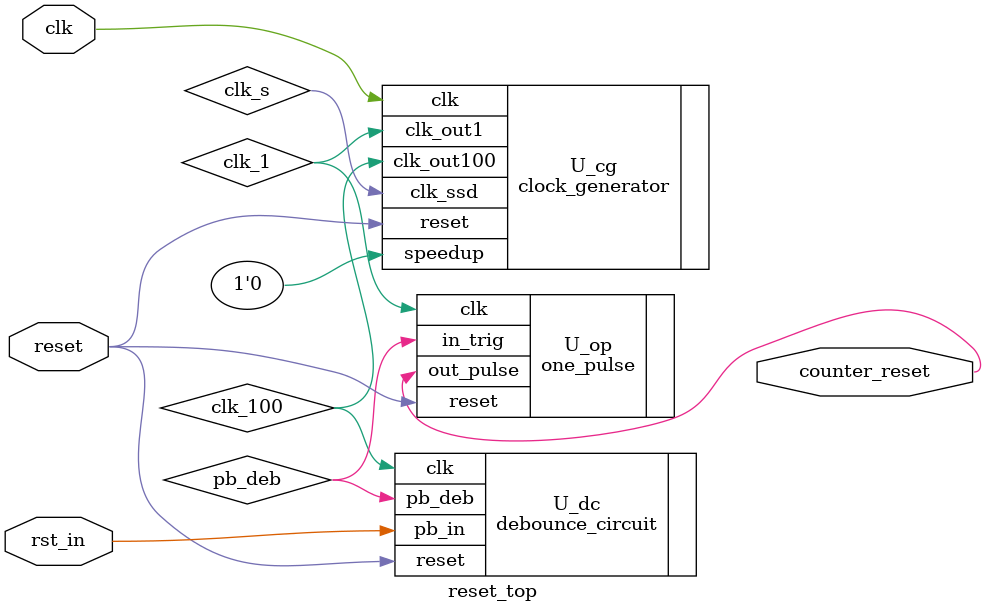
<source format=v>
module reset_top(
    clk, // Clock from crystal
    reset, //active low reset
    rst_in, //push button input
    counter_reset
);
// Declare I/Os
input clk; // Clock from crystal
input reset; //active low reset
input rst_in; //push button input
output counter_reset;
// Declare internal nodes
wire pb_deb, clk_1, clk_100, clk_s, one_in; // push button debounced out
// Clock generator module
clock_generator U_cg(
    .clk(clk), // clock from crystal
    .reset(reset), // active low reset
    .speedup(1'b0),
    .clk_out1(clk_1), // generated 1 Hz clock
    .clk_out100(clk_100), // generated 100 Hz clock
    .clk_ssd(clk_s)
);
// debounce circuit
debounce_circuit U_dc(
    .clk(clk_100), // clock control
    .reset(reset), // reset
    .pb_in(rst_in), //push button input
    .pb_deb(pb_deb) // debounced push button out
);
   // 1 pulse generation circuit
one_pulse U_op(
    .clk(clk_1), // clock input
    .reset(reset), //active low reset
    .in_trig(pb_deb), // input trigger
    .out_pulse(counter_reset) // output one pulse
);
endmodule
   
</source>
